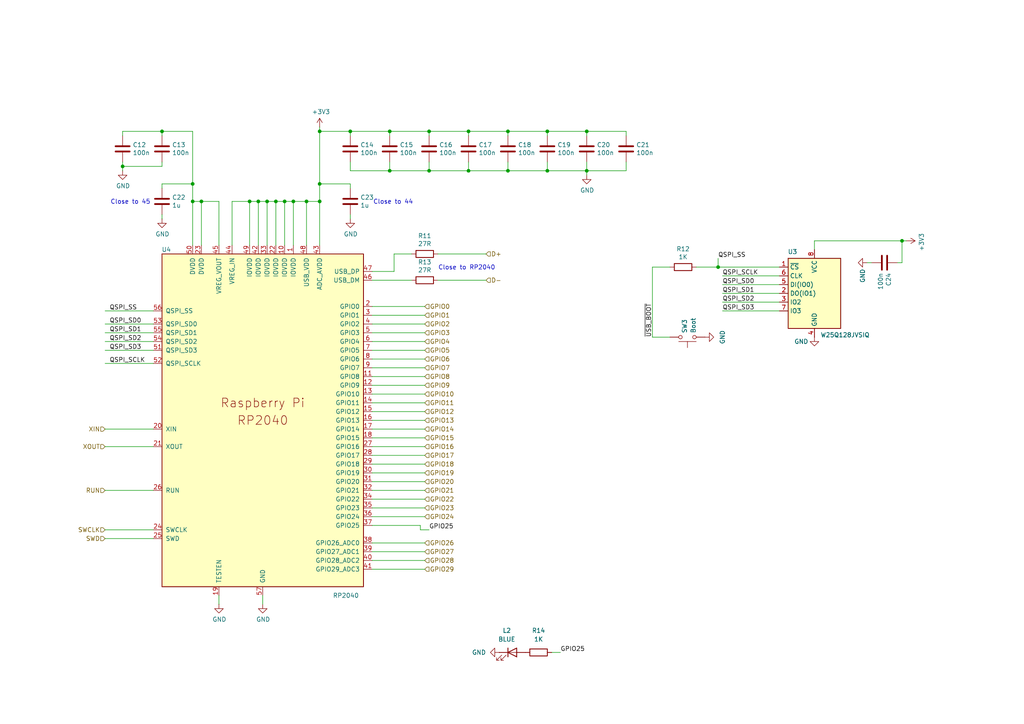
<source format=kicad_sch>
(kicad_sch (version 20231120) (generator "eeschema") (generator_version "8.0")
  (paper "A4")
  (title_block (title "Frank M2U") (date "2025-02-06") (rev "1.00") (company "Mikhail Matveev") (comment 1 "https://github.com/xtremespb/frank"))
  (lib_symbols
    (symbol "+3V3_1" (power) (pin_numbers hide) (pin_names (offset 0) hide)
      (property "Value" "+3V3" (at 0 3.556 0))
      (symbol "+3V3_1_0_1"
        (polyline (pts (xy -0.762 1.27) (xy 0 2.54)))
        (polyline (pts (xy 0 0) (xy 0 2.54)))
        (polyline (pts (xy 0 2.54) (xy 0.762 1.27)))
      )
      (symbol "+3V3_1_1_1"
        (pin power_in line (at 0 0 90) (length 0) (name "~") (number "1"))
      )
    )
    (symbol "Device:C" (pin_numbers hide) (pin_names (offset 0.254))
      (property "Reference" "C" (at 0.635 2.54 0))
      (property "Value" "C" (at 0.635 -2.54 0))
      (symbol "C_0_1"
        (polyline (pts (xy -2.032 -0.762) (xy 2.032 -0.762)) (stroke (width 0.508)))
        (polyline (pts (xy -2.032 0.762) (xy 2.032 0.762)) (stroke (width 0.508)))
      )
      (symbol "C_1_1"
        (pin passive line (at 0 3.81 270) (length 2.794) (name "~") (number "1"))
        (pin passive line (at 0 -3.81 90) (length 2.794) (name "~") (number "2"))
      )
    )
    (symbol "Device:LED" (pin_numbers hide) (pin_names (offset 1.016) hide)
      (property "Reference" "D" (at 0 2.54 0))
      (property "Value" "LED" (at 0 -2.54 0))
      (symbol "LED_0_1"
        (polyline (pts (xy -1.27 -1.27) (xy -1.27 1.27)) (stroke (width 0.254)))
        (polyline (pts (xy -1.27 0) (xy 1.27 0)))
        (polyline (pts (xy 1.27 -1.27) (xy 1.27 1.27) (xy -1.27 0) (xy 1.27 -1.27)) (stroke (width 0.254)))
        (polyline (pts (xy -3.048 -0.762) (xy -4.572 -2.286) (xy -3.81 -2.286) (xy -4.572 -2.286) (xy -4.572 -1.524)))
        (polyline (pts (xy -1.778 -0.762) (xy -3.302 -2.286) (xy -2.54 -2.286) (xy -3.302 -2.286) (xy -3.302 -1.524)))
      )
      (symbol "LED_1_1"
        (pin passive line (at -3.81 0 0) (length 2.54) (name "K") (number "1"))
        (pin passive line (at 3.81 0 180) (length 2.54) (name "A") (number "2"))
      )
    )
    (symbol "Device:R" (pin_numbers hide) (pin_names (offset 0))
      (property "Reference" "R" (at 2.032 0 90))
      (property "Value" "R" (at 0 0 90))
      (symbol "R_0_1"
        (rectangle (start -1.016 -2.54) (end 1.016 2.54) (stroke (width 0.254)))
      )
      (symbol "R_1_1"
        (pin passive line (at 0 3.81 270) (length 1.27) (name "~") (number "1"))
        (pin passive line (at 0 -3.81 90) (length 1.27) (name "~") (number "2"))
      )
    )
    (symbol "FRANK:Flash_W25Q128JVS"
      (property "Reference" "FL1" (at -6.35 12.065 0))
      (property "Value" "W25Q128JVSIQ" (at 8.89 -12.065 0))
      (symbol "Flash_W25Q128JVS_0_1"
        (rectangle (start -7.62 10.16) (end 7.62 -10.16) (stroke (width 0.254)) (fill (type background)))
      )
      (symbol "Flash_W25Q128JVS_1_1"
        (pin input line (at -10.16 7.62 0) (length 2.54) (name "~{CS}") (number "1"))
        (pin bidirectional line (at -10.16 0 0) (length 2.54) (name "DO(IO1)") (number "2"))
        (pin bidirectional line (at -10.16 -2.54 0) (length 2.54) (name "IO2") (number "3"))
        (pin power_in line (at 0 -12.7 90) (length 2.54) (name "GND") (number "4"))
        (pin bidirectional line (at -10.16 2.54 0) (length 2.54) (name "DI(IO0)") (number "5"))
        (pin input line (at -10.16 5.08 0) (length 2.54) (name "CLK") (number "6"))
        (pin bidirectional line (at -10.16 -5.08 0) (length 2.54) (name "IO3") (number "7"))
        (pin power_in line (at 0 12.7 270) (length 2.54) (name "VCC") (number "8"))
      )
    )
    (symbol "FRANK:RP2040" (pin_names (offset 1.016))
      (property "Reference" "RP1" (at -27.94 49.53 0))
      (property "Value" "RP2040" (at 24.13 -50.8 0))
      (symbol "RP2040_0_0"
        (text "Raspberry Pi" (at 0 5.08 0) (effects (font (size 2.54 2.54))))
        (text "RP2040" (at 0 0 0) (effects (font (size 2.54 2.54))))
      )
      (symbol "RP2040_0_1"
        (rectangle (start 29.21 48.26) (end -29.21 -48.26) (stroke (width 0.254)) (fill (type background)))
      )
      (symbol "RP2040_1_1"
        (pin power_in line (at 8.89 50.8 270) (length 2.54) (name "IOVDD") (number "1"))
        (pin power_in line (at 6.35 50.8 270) (length 2.54) (name "IOVDD") (number "10"))
        (pin bidirectional line (at 31.75 12.7 180) (length 2.54) (name "GPIO8") (number "11"))
        (pin bidirectional line (at 31.75 10.16 180) (length 2.54) (name "GPIO9") (number "12"))
        (pin bidirectional line (at 31.75 7.62 180) (length 2.54) (name "GPIO10") (number "13"))
        (pin bidirectional line (at 31.75 5.08 180) (length 2.54) (name "GPIO11") (number "14"))
        (pin bidirectional line (at 31.75 2.54 180) (length 2.54) (name "GPIO12") (number "15"))
        (pin bidirectional line (at 31.75 0 180) (length 2.54) (name "GPIO13") (number "16"))
        (pin bidirectional line (at 31.75 -2.54 180) (length 2.54) (name "GPIO14") (number "17"))
        (pin bidirectional line (at 31.75 -5.08 180) (length 2.54) (name "GPIO15") (number "18"))
        (pin passive line (at -12.7 -50.8 90) (length 2.54) (name "TESTEN") (number "19"))
        (pin bidirectional line (at 31.75 33.02 180) (length 2.54) (name "GPIO0") (number "2"))
        (pin input line (at -31.75 -2.54 0) (length 2.54) (name "XIN") (number "20"))
        (pin passive line (at -31.75 -7.62 0) (length 2.54) (name "XOUT") (number "21"))
        (pin power_in line (at 3.81 50.8 270) (length 2.54) (name "IOVDD") (number "22"))
        (pin power_in line (at -17.78 50.8 270) (length 2.54) (name "DVDD") (number "23"))
        (pin output line (at -31.75 -31.75 0) (length 2.54) (name "SWCLK") (number "24"))
        (pin bidirectional line (at -31.75 -34.29 0) (length 2.54) (name "SWD") (number "25"))
        (pin input line (at -31.75 -20.32 0) (length 2.54) (name "RUN") (number "26"))
        (pin bidirectional line (at 31.75 -7.62 180) (length 2.54) (name "GPIO16") (number "27"))
        (pin bidirectional line (at 31.75 -10.16 180) (length 2.54) (name "GPIO17") (number "28"))
        (pin bidirectional line (at 31.75 -12.7 180) (length 2.54) (name "GPIO18") (number "29"))
        (pin bidirectional line (at 31.75 30.48 180) (length 2.54) (name "GPIO1") (number "3"))
        (pin bidirectional line (at 31.75 -15.24 180) (length 2.54) (name "GPIO19") (number "30"))
        (pin bidirectional line (at 31.75 -17.78 180) (length 2.54) (name "GPIO20") (number "31"))
        (pin bidirectional line (at 31.75 -20.32 180) (length 2.54) (name "GPIO21") (number "32"))
        (pin power_in line (at 1.27 50.8 270) (length 2.54) (name "IOVDD") (number "33"))
        (pin bidirectional line (at 31.75 -22.86 180) (length 2.54) (name "GPIO22") (number "34"))
        (pin bidirectional line (at 31.75 -25.4 180) (length 2.54) (name "GPIO23") (number "35"))
        (pin bidirectional line (at 31.75 -27.94 180) (length 2.54) (name "GPIO24") (number "36"))
        (pin bidirectional line (at 31.75 -30.48 180) (length 2.54) (name "GPIO25") (number "37"))
        (pin bidirectional line (at 31.75 -35.56 180) (length 2.54) (name "GPIO26_ADC0") (number "38"))
        (pin bidirectional line (at 31.75 -38.1 180) (length 2.54) (name "GPIO27_ADC1") (number "39"))
        (pin bidirectional line (at 31.75 27.94 180) (length 2.54) (name "GPIO2") (number "4"))
        (pin bidirectional line (at 31.75 -40.64 180) (length 2.54) (name "GPIO28_ADC2") (number "40"))
        (pin bidirectional line (at 31.75 -43.18 180) (length 2.54) (name "GPIO29_ADC3") (number "41"))
        (pin power_in line (at -1.27 50.8 270) (length 2.54) (name "IOVDD") (number "42"))
        (pin power_in line (at 16.51 50.8 270) (length 2.54) (name "ADC_AVDD") (number "43"))
        (pin power_in line (at -8.89 50.8 270) (length 2.54) (name "VREG_IN") (number "44"))
        (pin power_out line (at -12.7 50.8 270) (length 2.54) (name "VREG_VOUT") (number "45"))
        (pin bidirectional line (at 31.75 40.64 180) (length 2.54) (name "USB_DM") (number "46"))
        (pin bidirectional line (at 31.75 43.18 180) (length 2.54) (name "USB_DP") (number "47"))
        (pin power_in line (at 12.7 50.8 270) (length 2.54) (name "USB_VDD") (number "48"))
        (pin power_in line (at -3.81 50.8 270) (length 2.54) (name "IOVDD") (number "49"))
        (pin bidirectional line (at 31.75 25.4 180) (length 2.54) (name "GPIO3") (number "5"))
        (pin power_in line (at -20.32 50.8 270) (length 2.54) (name "DVDD") (number "50"))
        (pin bidirectional line (at -31.75 20.32 0) (length 2.54) (name "QSPI_SD3") (number "51"))
        (pin output line (at -31.75 16.51 0) (length 2.54) (name "QSPI_SCLK") (number "52"))
        (pin bidirectional line (at -31.75 27.94 0) (length 2.54) (name "QSPI_SD0") (number "53"))
        (pin bidirectional line (at -31.75 22.86 0) (length 2.54) (name "QSPI_SD2") (number "54"))
        (pin bidirectional line (at -31.75 25.4 0) (length 2.54) (name "QSPI_SD1") (number "55"))
        (pin bidirectional line (at -31.75 31.75 0) (length 2.54) (name "QSPI_SS") (number "56"))
        (pin power_in line (at 0 -50.8 90) (length 2.54) (name "GND") (number "57"))
        (pin bidirectional line (at 31.75 22.86 180) (length 2.54) (name "GPIO4") (number "6"))
        (pin bidirectional line (at 31.75 20.32 180) (length 2.54) (name "GPIO5") (number "7"))
        (pin bidirectional line (at 31.75 17.78 180) (length 2.54) (name "GPIO6") (number "8"))
        (pin bidirectional line (at 31.75 15.24 180) (length 2.54) (name "GPIO7") (number "9"))
      )
    )
    (symbol "GND_10" (power) (pin_numbers hide) (pin_names (offset 0) hide)
      (property "Value" "GND" (at 0 -3.81 0))
      (symbol "GND_10_0_1"
        (polyline (pts (xy 0 0) (xy 0 -1.27) (xy 1.27 -1.27) (xy 0 -2.54) (xy -1.27 -1.27) (xy 0 -1.27)))
      )
      (symbol "GND_10_1_1"
        (pin power_in line (at 0 0 270) (length 0) (name "~") (number "1"))
      )
    )
    (symbol "GND_11" (power) (pin_numbers hide) (pin_names (offset 0) hide)
      (property "Value" "GND" (at 0 -3.81 0))
      (symbol "GND_11_0_1"
        (polyline (pts (xy 0 0) (xy 0 -1.27) (xy 1.27 -1.27) (xy 0 -2.54) (xy -1.27 -1.27) (xy 0 -1.27)))
      )
      (symbol "GND_11_1_1"
        (pin power_in line (at 0 0 270) (length 0) (name "~") (number "1"))
      )
    )
    (symbol "GND_2" (power) (pin_numbers hide) (pin_names (offset 0) hide)
      (property "Value" "GND" (at 0 -3.81 0))
      (symbol "GND_2_0_1"
        (polyline (pts (xy 0 0) (xy 0 -1.27) (xy 1.27 -1.27) (xy 0 -2.54) (xy -1.27 -1.27) (xy 0 -1.27)))
      )
      (symbol "GND_2_1_1"
        (pin power_in line (at 0 0 270) (length 0) (name "~") (number "1"))
      )
    )
    (symbol "GND_3" (power) (pin_numbers hide) (pin_names (offset 0) hide)
      (property "Value" "GND" (at 0 -3.81 0))
      (symbol "GND_3_0_1"
        (polyline (pts (xy 0 0) (xy 0 -1.27) (xy 1.27 -1.27) (xy 0 -2.54) (xy -1.27 -1.27) (xy 0 -1.27)))
      )
      (symbol "GND_3_1_1"
        (pin power_in line (at 0 0 270) (length 0) (name "~") (number "1"))
      )
    )
    (symbol "GND_4" (power) (pin_numbers hide) (pin_names (offset 0) hide)
      (property "Value" "GND" (at 0 -3.81 0))
      (symbol "GND_4_0_1"
        (polyline (pts (xy 0 0) (xy 0 -1.27) (xy 1.27 -1.27) (xy 0 -2.54) (xy -1.27 -1.27) (xy 0 -1.27)))
      )
      (symbol "GND_4_1_1"
        (pin power_in line (at 0 0 270) (length 0) (name "~") (number "1"))
      )
    )
    (symbol "GND_5" (power) (pin_numbers hide) (pin_names (offset 0) hide)
      (property "Value" "GND" (at 0 -3.81 0))
      (symbol "GND_5_0_1"
        (polyline (pts (xy 0 0) (xy 0 -1.27) (xy 1.27 -1.27) (xy 0 -2.54) (xy -1.27 -1.27) (xy 0 -1.27)))
      )
      (symbol "GND_5_1_1"
        (pin power_in line (at 0 0 270) (length 0) (name "~") (number "1"))
      )
    )
    (symbol "GND_6" (power) (pin_numbers hide) (pin_names (offset 0) hide)
      (property "Value" "GND" (at 0 -3.81 0))
      (symbol "GND_6_0_1"
        (polyline (pts (xy 0 0) (xy 0 -1.27) (xy 1.27 -1.27) (xy 0 -2.54) (xy -1.27 -1.27) (xy 0 -1.27)))
      )
      (symbol "GND_6_1_1"
        (pin power_in line (at 0 0 270) (length 0) (name "~") (number "1"))
      )
    )
    (symbol "GND_7" (power) (pin_numbers hide) (pin_names (offset 0) hide)
      (property "Value" "GND" (at 0 -3.81 0))
      (symbol "GND_7_0_1"
        (polyline (pts (xy 0 0) (xy 0 -1.27) (xy 1.27 -1.27) (xy 0 -2.54) (xy -1.27 -1.27) (xy 0 -1.27)))
      )
      (symbol "GND_7_1_1"
        (pin power_in line (at 0 0 270) (length 0) (name "~") (number "1"))
      )
    )
    (symbol "GND_8" (power) (pin_numbers hide) (pin_names (offset 0) hide)
      (property "Value" "GND" (at 0 -3.81 0))
      (symbol "GND_8_0_1"
        (polyline (pts (xy 0 0) (xy 0 -1.27) (xy 1.27 -1.27) (xy 0 -2.54) (xy -1.27 -1.27) (xy 0 -1.27)))
      )
      (symbol "GND_8_1_1"
        (pin power_in line (at 0 0 270) (length 0) (name "~") (number "1"))
      )
    )
    (symbol "GND_9" (power) (pin_numbers hide) (pin_names (offset 0) hide)
      (property "Value" "GND" (at 0 -3.81 0))
      (symbol "GND_9_0_1"
        (polyline (pts (xy 0 0) (xy 0 -1.27) (xy 1.27 -1.27) (xy 0 -2.54) (xy -1.27 -1.27) (xy 0 -1.27)))
      )
      (symbol "GND_9_1_1"
        (pin power_in line (at 0 0 270) (length 0) (name "~") (number "1"))
      )
    )
    (symbol "Switch:SW_Push" (pin_numbers hide) (pin_names (offset 1.016) hide)
      (property "Reference" "SW" (at 1.27 2.54 0))
      (property "Value" "SW_Push" (at 0 -1.524 0))
      (symbol "SW_Push_0_1"
        (circle (center -2.032 0) (radius 0.508))
        (polyline (pts (xy 0 1.27) (xy 0 3.048)))
        (polyline (pts (xy 2.54 1.27) (xy -2.54 1.27)))
        (circle (center 2.032 0) (radius 0.508))
        (pin passive line (at -5.08 0 0) (length 2.54) (name "1") (number "1"))
        (pin passive line (at 5.08 0 180) (length 2.54) (name "2") (number "2"))
      )
    )
    (symbol "power:+3V3" (power) (pin_numbers hide) (pin_names (offset 0) hide)
      (property "Value" "+3V3" (at 0 3.556 0))
      (symbol "+3V3_0_1"
        (polyline (pts (xy -0.762 1.27) (xy 0 2.54)))
        (polyline (pts (xy 0 0) (xy 0 2.54)))
        (polyline (pts (xy 0 2.54) (xy 0.762 1.27)))
      )
      (symbol "+3V3_1_1"
        (pin power_in line (at 0 0 90) (length 0) (name "~") (number "1"))
      )
    )
  )
  (junction (at 58.42 58.42))
  (junction (at 113.03 49.53))
  (junction (at 88.9 58.42))
  (junction (at 101.6 38.1))
  (junction (at 158.75 49.53))
  (junction (at 72.39 58.42))
  (junction (at 170.18 38.1))
  (junction (at 82.55 58.42))
  (junction (at 92.71 53.34))
  (junction (at 170.18 49.53))
  (junction (at 35.56 48.26))
  (junction (at 147.32 49.53))
  (junction (at 80.01 58.42))
  (junction (at 135.89 38.1))
  (junction (at 55.88 53.34))
  (junction (at 113.03 38.1))
  (junction (at 46.99 38.1))
  (junction (at 208.28 77.47))
  (junction (at 135.89 49.53))
  (junction (at 92.71 38.1))
  (junction (at 85.09 58.42))
  (junction (at 74.93 58.42))
  (junction (at 158.75 38.1))
  (junction (at 124.46 38.1))
  (junction (at 92.71 58.42))
  (junction (at 55.88 58.42))
  (junction (at 77.47 58.42))
  (junction (at 261.62 69.85))
  (junction (at 124.46 49.53))
  (junction (at 147.32 38.1))
  (wire (pts (xy 58.42 58.42) (xy 55.88 58.42)))
  (wire (pts (xy 226.06 82.55) (xy 209.55 82.55)))
  (wire (pts (xy 127 73.66) (xy 140.97 73.66)))
  (wire (pts (xy 107.95 104.14) (xy 123.19 104.14)))
  (wire (pts (xy 121.92 152.4) (xy 107.95 152.4)))
  (wire (pts (xy 46.99 48.26) (xy 46.99 46.99)))
  (wire (pts (xy 170.18 46.99) (xy 170.18 49.53)))
  (wire (pts (xy 114.3 73.66) (xy 114.3 78.74)))
  (wire (pts (xy 82.55 58.42) (xy 85.09 58.42)))
  (wire (pts (xy 158.75 39.37) (xy 158.75 38.1)))
  (wire (pts (xy 92.71 38.1) (xy 101.6 38.1)))
  (wire (pts (xy 101.6 46.99) (xy 101.6 49.53)))
  (wire (pts (xy 101.6 39.37) (xy 101.6 38.1)))
  (wire (pts (xy 67.31 58.42) (xy 72.39 58.42)))
  (wire (pts (xy 252.73 76.2) (xy 251.46 76.2)))
  (wire (pts (xy 181.61 39.37) (xy 181.61 38.1)))
  (wire (pts (xy 107.95 142.24) (xy 123.19 142.24)))
  (wire (pts (xy 107.95 160.02) (xy 123.19 160.02)))
  (wire (pts (xy 113.03 39.37) (xy 113.03 38.1)))
  (wire (pts (xy 260.35 76.2) (xy 261.62 76.2)))
  (wire (pts (xy 101.6 62.23) (xy 101.6 63.5)))
  (wire (pts (xy 80.01 58.42) (xy 82.55 58.42)))
  (wire (pts (xy 92.71 58.42) (xy 92.71 71.12)))
  (wire (pts (xy 63.5 71.12) (xy 63.5 58.42)))
  (wire (pts (xy 30.48 99.06) (xy 44.45 99.06)))
  (wire (pts (xy 107.95 165.1) (xy 123.19 165.1)))
  (wire (pts (xy 113.03 46.99) (xy 113.03 49.53)))
  (wire (pts (xy 236.22 69.85) (xy 261.62 69.85)))
  (wire (pts (xy 46.99 39.37) (xy 46.99 38.1)))
  (wire (pts (xy 208.28 77.47) (xy 226.06 77.47)))
  (wire (pts (xy 107.95 127) (xy 123.19 127)))
  (wire (pts (xy 189.23 77.47) (xy 194.31 77.47)))
  (wire (pts (xy 30.48 124.46) (xy 44.45 124.46)))
  (wire (pts (xy 107.95 96.52) (xy 123.19 96.52)))
  (wire (pts (xy 181.61 46.99) (xy 181.61 49.53)))
  (wire (pts (xy 46.99 62.23) (xy 46.99 63.5)))
  (wire (pts (xy 107.95 101.6) (xy 123.19 101.6)))
  (wire (pts (xy 46.99 54.61) (xy 46.99 53.34)))
  (wire (pts (xy 92.71 53.34) (xy 92.71 58.42)))
  (wire (pts (xy 92.71 38.1) (xy 92.71 53.34)))
  (wire (pts (xy 127 81.28) (xy 140.97 81.28)))
  (wire (pts (xy 101.6 54.61) (xy 101.6 53.34)))
  (wire (pts (xy 88.9 71.12) (xy 88.9 58.42)))
  (wire (pts (xy 158.75 46.99) (xy 158.75 49.53)))
  (wire (pts (xy 55.88 53.34) (xy 55.88 58.42)))
  (wire (pts (xy 44.45 129.54) (xy 30.48 129.54)))
  (wire (pts (xy 44.45 153.67) (xy 30.48 153.67)))
  (wire (pts (xy 107.95 124.46) (xy 123.19 124.46)))
  (wire (pts (xy 107.95 139.7) (xy 123.19 139.7)))
  (wire (pts (xy 147.32 49.53) (xy 135.89 49.53)))
  (wire (pts (xy 72.39 58.42) (xy 74.93 58.42)))
  (wire (pts (xy 226.06 90.17) (xy 209.55 90.17)))
  (wire (pts (xy 189.23 77.47) (xy 189.23 97.79)))
  (wire (pts (xy 101.6 38.1) (xy 113.03 38.1)))
  (wire (pts (xy 209.55 80.01) (xy 226.06 80.01)))
  (wire (pts (xy 107.95 162.56) (xy 123.19 162.56)))
  (wire (pts (xy 67.31 71.12) (xy 67.31 58.42)))
  (wire (pts (xy 88.9 58.42) (xy 92.71 58.42)))
  (wire (pts (xy 46.99 53.34) (xy 55.88 53.34)))
  (wire (pts (xy 201.93 77.47) (xy 208.28 77.47)))
  (wire (pts (xy 35.56 46.99) (xy 35.56 48.26)))
  (wire (pts (xy 135.89 38.1) (xy 147.32 38.1)))
  (wire (pts (xy 107.95 99.06) (xy 123.19 99.06)))
  (wire (pts (xy 107.95 114.3) (xy 123.19 114.3)))
  (wire (pts (xy 147.32 38.1) (xy 158.75 38.1)))
  (wire (pts (xy 55.88 38.1) (xy 55.88 53.34)))
  (wire (pts (xy 226.06 85.09) (xy 209.55 85.09)))
  (wire (pts (xy 236.22 72.39) (xy 236.22 69.85)))
  (wire (pts (xy 170.18 38.1) (xy 181.61 38.1)))
  (wire (pts (xy 114.3 73.66) (xy 119.38 73.66)))
  (wire (pts (xy 30.48 101.6) (xy 44.45 101.6)))
  (wire (pts (xy 107.95 147.32) (xy 123.19 147.32)))
  (wire (pts (xy 107.95 129.54) (xy 123.19 129.54)))
  (wire (pts (xy 80.01 71.12) (xy 80.01 58.42)))
  (wire (pts (xy 147.32 46.99) (xy 147.32 49.53)))
  (wire (pts (xy 72.39 71.12) (xy 72.39 58.42)))
  (wire (pts (xy 30.48 93.98) (xy 44.45 93.98)))
  (wire (pts (xy 107.95 106.68) (xy 123.19 106.68)))
  (wire (pts (xy 158.75 38.1) (xy 170.18 38.1)))
  (wire (pts (xy 113.03 38.1) (xy 124.46 38.1)))
  (wire (pts (xy 63.5 172.72) (xy 63.5 175.26)))
  (wire (pts (xy 107.95 132.08) (xy 123.19 132.08)))
  (wire (pts (xy 160.02 189.23) (xy 162.56 189.23)))
  (wire (pts (xy 107.95 116.84) (xy 123.19 116.84)))
  (wire (pts (xy 107.95 78.74) (xy 114.3 78.74)))
  (wire (pts (xy 124.46 46.99) (xy 124.46 49.53)))
  (wire (pts (xy 262.89 69.85) (xy 261.62 69.85)))
  (wire (pts (xy 147.32 39.37) (xy 147.32 38.1)))
  (wire (pts (xy 107.95 81.28) (xy 119.38 81.28)))
  (wire (pts (xy 35.56 48.26) (xy 46.99 48.26)))
  (wire (pts (xy 124.46 39.37) (xy 124.46 38.1)))
  (wire (pts (xy 107.95 91.44) (xy 123.19 91.44)))
  (wire (pts (xy 158.75 49.53) (xy 147.32 49.53)))
  (wire (pts (xy 92.71 53.34) (xy 101.6 53.34)))
  (wire (pts (xy 170.18 49.53) (xy 181.61 49.53)))
  (wire (pts (xy 55.88 58.42) (xy 55.88 71.12)))
  (wire (pts (xy 44.45 142.24) (xy 30.48 142.24)))
  (wire (pts (xy 44.45 156.21) (xy 30.48 156.21)))
  (wire (pts (xy 170.18 39.37) (xy 170.18 38.1)))
  (wire (pts (xy 85.09 58.42) (xy 88.9 58.42)))
  (wire (pts (xy 121.92 153.67) (xy 124.46 153.67)))
  (wire (pts (xy 107.95 119.38) (xy 123.19 119.38)))
  (wire (pts (xy 135.89 46.99) (xy 135.89 49.53)))
  (wire (pts (xy 113.03 49.53) (xy 101.6 49.53)))
  (wire (pts (xy 63.5 58.42) (xy 58.42 58.42)))
  (wire (pts (xy 135.89 39.37) (xy 135.89 38.1)))
  (wire (pts (xy 226.06 87.63) (xy 209.55 87.63)))
  (wire (pts (xy 124.46 38.1) (xy 135.89 38.1)))
  (wire (pts (xy 189.23 97.79) (xy 194.31 97.79)))
  (wire (pts (xy 107.95 93.98) (xy 123.19 93.98)))
  (wire (pts (xy 135.89 49.53) (xy 124.46 49.53)))
  (wire (pts (xy 92.71 36.83) (xy 92.71 38.1)))
  (wire (pts (xy 121.92 153.67) (xy 121.92 152.4)))
  (wire (pts (xy 107.95 121.92) (xy 123.19 121.92)))
  (wire (pts (xy 208.28 74.93) (xy 208.28 77.47)))
  (wire (pts (xy 124.46 49.53) (xy 113.03 49.53)))
  (wire (pts (xy 77.47 58.42) (xy 80.01 58.42)))
  (wire (pts (xy 46.99 38.1) (xy 55.88 38.1)))
  (wire (pts (xy 107.95 111.76) (xy 123.19 111.76)))
  (wire (pts (xy 30.48 96.52) (xy 44.45 96.52)))
  (wire (pts (xy 85.09 58.42) (xy 85.09 71.12)))
  (wire (pts (xy 107.95 137.16) (xy 123.19 137.16)))
  (wire (pts (xy 35.56 38.1) (xy 46.99 38.1)))
  (wire (pts (xy 35.56 39.37) (xy 35.56 38.1)))
  (wire (pts (xy 35.56 48.26) (xy 35.56 49.53)))
  (wire (pts (xy 158.75 49.53) (xy 170.18 49.53)))
  (wire (pts (xy 74.93 71.12) (xy 74.93 58.42)))
  (wire (pts (xy 76.2 172.72) (xy 76.2 175.26)))
  (wire (pts (xy 44.45 105.41) (xy 30.48 105.41)))
  (wire (pts (xy 74.93 58.42) (xy 77.47 58.42)))
  (wire (pts (xy 170.18 49.53) (xy 170.18 50.8)))
  (wire (pts (xy 44.45 90.17) (xy 30.48 90.17)))
  (wire (pts (xy 107.95 134.62) (xy 123.19 134.62)))
  (wire (pts (xy 107.95 109.22) (xy 123.19 109.22)))
  (wire (pts (xy 77.47 71.12) (xy 77.47 58.42)))
  (wire (pts (xy 58.42 71.12) (xy 58.42 58.42)))
  (wire (pts (xy 107.95 157.48) (xy 123.19 157.48)))
  (wire (pts (xy 107.95 149.86) (xy 123.19 149.86)))
  (wire (pts (xy 261.62 76.2) (xy 261.62 69.85)))
  (wire (pts (xy 107.95 88.9) (xy 123.19 88.9)))
  (wire (pts (xy 82.55 71.12) (xy 82.55 58.42)))
  (wire (pts (xy 107.95 144.78) (xy 123.19 144.78)))
  (text "Close to 44" (at 114.046 58.674 0) (effects (font (size 1.27 1.27))))
  (text "Close to RP2040" (at 135.382 77.724 0) (effects (font (size 1.27 1.27))))
  (text "Close to 45" (at 37.846 58.674 0) (effects (font (size 1.27 1.27))))
  (label "QSPI_SD2" (at 209.55 87.63 0))
  (label "QSPI_SCLK" (at 31.75 105.41 0))
  (label "~{USB_BOOT}" (at 189.23 97.79 90))
  (label "QSPI_SD0" (at 31.75 93.98 0))
  (label "QSPI_SS" (at 208.28 74.93 0))
  (label "QSPI_SCLK" (at 209.55 80.01 0))
  (label "QSPI_SD1" (at 31.75 96.52 0))
  (label "QSPI_SD3" (at 31.75 101.6 0))
  (label "GPIO25" (at 162.56 189.23 0))
  (label "GPIO25" (at 124.46 153.67 0))
  (label "QSPI_SD0" (at 209.55 82.55 0))
  (label "QSPI_SD1" (at 209.55 85.09 0))
  (label "QSPI_SD3" (at 209.55 90.17 0))
  (label "QSPI_SD2" (at 31.75 99.06 0))
  (label "QSPI_SS" (at 31.75 90.17 0))
  (hierarchical_label "GPIO18" (shape input) (at 123.19 134.62 0))
  (hierarchical_label "GPIO29" (shape input) (at 123.19 165.1 0))
  (hierarchical_label "GPIO3" (shape input) (at 123.19 96.52 0))
  (hierarchical_label "GPIO15" (shape input) (at 123.19 127 0))
  (hierarchical_label "GPIO21" (shape input) (at 123.19 142.24 0))
  (hierarchical_label "GPIO16" (shape input) (at 123.19 129.54 0))
  (hierarchical_label "GPIO1" (shape input) (at 123.19 91.44 0))
  (hierarchical_label "XOUT" (shape input) (at 30.48 129.54 180))
  (hierarchical_label "D-" (shape input) (at 140.97 81.28 0))
  (hierarchical_label "GPIO11" (shape input) (at 123.19 116.84 0))
  (hierarchical_label "GPIO27" (shape input) (at 123.19 160.02 0))
  (hierarchical_label "D+" (shape input) (at 140.97 73.66 0))
  (hierarchical_label "GPIO20" (shape input) (at 123.19 139.7 0))
  (hierarchical_label "GPIO14" (shape input) (at 123.19 124.46 0))
  (hierarchical_label "GPIO8" (shape input) (at 123.19 109.22 0))
  (hierarchical_label "GPIO26" (shape input) (at 123.19 157.48 0))
  (hierarchical_label "GPIO22" (shape input) (at 123.19 144.78 0))
  (hierarchical_label "GPIO4" (shape input) (at 123.19 99.06 0))
  (hierarchical_label "GPIO7" (shape input) (at 123.19 106.68 0))
  (hierarchical_label "GPIO10" (shape input) (at 123.19 114.3 0))
  (hierarchical_label "SWD" (shape input) (at 30.48 156.21 180))
  (hierarchical_label "GPIO28" (shape input) (at 123.19 162.56 0))
  (hierarchical_label "RUN" (shape input) (at 30.48 142.24 180))
  (hierarchical_label "GPIO23" (shape input) (at 123.19 147.32 0))
  (hierarchical_label "GPIO0" (shape input) (at 123.19 88.9 0))
  (hierarchical_label "GPIO5" (shape input) (at 123.19 101.6 0))
  (hierarchical_label "SWCLK" (shape input) (at 30.48 153.67 180))
  (hierarchical_label "GPIO13" (shape input) (at 123.19 121.92 0))
  (hierarchical_label "GPIO6" (shape input) (at 123.19 104.14 0))
  (hierarchical_label "GPIO2" (shape input) (at 123.19 93.98 0))
  (hierarchical_label "GPIO17" (shape input) (at 123.19 132.08 0))
  (hierarchical_label "GPIO12" (shape input) (at 123.19 119.38 0))
  (hierarchical_label "XIN" (shape input) (at 30.48 124.46 180))
  (hierarchical_label "GPIO9" (shape input) (at 123.19 111.76 0))
  (hierarchical_label "GPIO24" (shape input) (at 123.19 149.86 0))
  (hierarchical_label "GPIO19" (shape input) (at 123.19 137.16 0))
  (symbol (lib_id "Device:C") (at 46.99 43.18 0) (unit 1)
    (property "Reference" "C13" (at 49.911 42.0116 0) (effects (justify left)))
    (property "Value" "100n" (at 49.911 44.323 0) (effects (justify left)))
    (property "Footprint" "FRANK:Capacitor (0805)" (effects (hide yes)))
    (property "Datasheet" "https://eu.mouser.com/datasheet/2/447/KEM_C1075_X7R_HT_SMD-3316221.pdf" (effects (hide yes)))
    (property "AliExpress" "https://www.aliexpress.com/item/33008008276.html" (effects (hide yes)))
  )
  (symbol (lib_id "FRANK:RP2040") (at 76.2 121.92 0) (unit 1)
    (property "Reference" "U4" (at 48.26 72.39 0))
    (property "Value" "RP2040" (at 100.33 172.72 0))
    (property "Footprint" "FRANK:QFN 56" (effects (hide yes)))
    (property "Datasheet" "https://datasheets.raspberrypi.com/rp2040/rp2040-datasheet.pdf" (effects (hide yes)))
    (property "AliExpress" "https://www.aliexpress.com/item/1005007275652762.html" (effects (hide yes)))
  )
  (symbol (lib_id "Device:R") (at 156.21 189.23 90) (unit 1)
    (property "Reference" "R14" (at 156.21 182.88 90))
    (property "Value" "1K" (at 156.21 185.42 90))
    (property "Footprint" "FRANK:Resistor (0805)" (effects (hide yes)))
    (property "Datasheet" "https://www.vishay.com/docs/28952/mcs0402at-mct0603at-mcu0805at-mca1206at.pdf" (effects (hide yes)))
    (property "Description" "Resistor" (effects (hide yes)))
    (property "AliExpress" "https://www.aliexpress.com/item/1005005945735199.html" (effects (hide yes)))
  )
  (symbol (lib_name "+3V3_1") (lib_id "power:+3V3") (at 92.71 36.83 0) (unit 1)
    (property "Reference" "#PWR033" (effects (hide yes)))
    (property "Value" "+3V3" (at 93.091 32.4358 0))
    (property "Description" "Power symbol creates a global label with name \"+3V3\"" (effects (hide yes)))
  )
  (symbol (lib_id "FRANK:Flash_W25Q128JVS") (at 236.22 85.09 0) (unit 1)
    (property "Reference" "U3" (at 229.87 73.025 0))
    (property "Value" "W25Q128JVSIQ" (at 245.11 97.155 0))
    (property "Footprint" "FRANK:SOIC-8" (effects (hide yes)))
    (property "Datasheet" "https://www.winbond.com/resource-files/w25q128jv_dtr%20revc%2003272018%20plus.pdf" (effects (hide yes)))
    (property "Description" "128Mb Serial Flash Memory, Standard/Dual/Quad SPI, SOIC-8" (effects (hide yes)))
    (property "AliExpress" "https://www.aliexpress.com/item/1005007820627233.html" (effects (hide yes)))
  )
  (symbol (lib_id "Device:C") (at 135.89 43.18 0) (unit 1)
    (property "Reference" "C17" (at 138.811 42.0116 0) (effects (justify left)))
    (property "Value" "100n" (at 138.811 44.323 0) (effects (justify left)))
    (property "Footprint" "FRANK:Capacitor (0805)" (effects (hide yes)))
    (property "Datasheet" "https://eu.mouser.com/datasheet/2/447/KEM_C1075_X7R_HT_SMD-3316221.pdf" (effects (hide yes)))
    (property "AliExpress" "https://www.aliexpress.com/item/33008008276.html" (effects (hide yes)))
  )
  (symbol (lib_name "GND_2") (lib_id "power:GND") (at 144.78 189.23 270) (unit 1)
    (property "Reference" "#PWR044" (effects (hide yes)))
    (property "Value" "GND" (at 140.97 189.2299 90) (effects (justify right)))
    (property "Description" "Power symbol creates a global label with name \"GND\" , ground" (effects (hide yes)))
  )
  (symbol (lib_id "Device:R") (at 123.19 81.28 270) (unit 1)
    (property "Reference" "R13" (at 123.19 76.0222 90))
    (property "Value" "27R" (at 123.19 78.3336 90))
    (property "Footprint" "FRANK:Resistor (0805)" (effects (hide yes)))
    (property "Datasheet" "https://www.vishay.com/docs/28952/mcs0402at-mct0603at-mcu0805at-mca1206at.pdf" (effects (hide yes)))
    (property "AliExpress" "https://www.aliexpress.com/item/1005005945735199.html" (effects (hide yes)))
  )
  (symbol (lib_id "Device:R") (at 123.19 73.66 270) (unit 1)
    (property "Reference" "R11" (at 123.19 68.4022 90))
    (property "Value" "27R" (at 123.19 70.7136 90))
    (property "Footprint" "FRANK:Resistor (0805)" (effects (hide yes)))
    (property "Datasheet" "https://www.vishay.com/docs/28952/mcs0402at-mct0603at-mcu0805at-mca1206at.pdf" (effects (hide yes)))
    (property "AliExpress" "https://www.aliexpress.com/item/1005005945735199.html" (effects (hide yes)))
  )
  (symbol (lib_name "GND_4") (lib_id "power:GND") (at 46.99 63.5 0) (unit 1)
    (property "Reference" "#PWR036" (effects (hide yes)))
    (property "Value" "GND" (at 47.117 67.8942 0))
    (property "Description" "Power symbol creates a global label with name \"GND\" , ground" (effects (hide yes)))
  )
  (symbol (lib_id "power:+3V3") (at 262.89 69.85 270) (unit 1)
    (property "Reference" "#PWR038" (effects (hide yes)))
    (property "Value" "+3V3" (at 267.2842 70.231 0))
    (property "Description" "Power symbol creates a global label with name \"+3V3\"" (effects (hide yes)))
  )
  (symbol (lib_name "GND_6") (lib_id "power:GND") (at 76.2 175.26 0) (unit 1)
    (property "Reference" "#PWR043" (effects (hide yes)))
    (property "Value" "GND" (at 76.327 179.6542 0))
    (property "Description" "Power symbol creates a global label with name \"GND\" , ground" (effects (hide yes)))
  )
  (symbol (lib_id "Device:C") (at 35.56 43.18 0) (unit 1)
    (property "Reference" "C12" (at 38.481 42.0116 0) (effects (justify left)))
    (property "Value" "100n" (at 38.481 44.323 0) (effects (justify left)))
    (property "Footprint" "FRANK:Capacitor (0805)" (effects (hide yes)))
    (property "Datasheet" "https://eu.mouser.com/datasheet/2/447/KEM_C1075_X7R_HT_SMD-3316221.pdf" (effects (hide yes)))
    (property "AliExpress" "https://www.aliexpress.com/item/33008008276.html" (effects (hide yes)))
  )
  (symbol (lib_name "GND_10") (lib_id "power:GND") (at 236.22 97.79 0) (unit 1)
    (property "Reference" "#PWR041" (effects (hide yes)))
    (property "Value" "GND" (at 232.41 99.06 0))
    (property "Description" "Power symbol creates a global label with name \"GND\" , ground" (effects (hide yes)))
  )
  (symbol (lib_name "GND_3") (lib_id "power:GND") (at 35.56 49.53 0) (unit 1)
    (property "Reference" "#PWR034" (effects (hide yes)))
    (property "Value" "GND" (at 35.687 53.9242 0))
    (property "Description" "Power symbol creates a global label with name \"GND\" , ground" (effects (hide yes)))
  )
  (symbol (lib_id "Switch:SW_Push") (at 199.39 97.79 180) (unit 1)
    (property "Reference" "SW3" (at 198.5553 96.647 90) (effects (justify right)))
    (property "Value" "Boot" (at 201.0922 96.647 90) (effects (justify right)))
    (property "Footprint" "FRANK:Button (SMD, 3x3mm, 1-1)" (effects (hide yes)))
    (property "Datasheet" "https://www.sohantech.com/3x3x1-5-push-button-switch-product/" (effects (hide yes)))
    (property "AliExpress" "https://www.aliexpress.com/item/1005007359248990.html" (effects (hide yes)))
  )
  (symbol (lib_id "Device:C") (at 101.6 43.18 0) (unit 1)
    (property "Reference" "C14" (at 104.521 42.0116 0) (effects (justify left)))
    (property "Value" "100n" (at 104.521 44.323 0) (effects (justify left)))
    (property "Footprint" "FRANK:Capacitor (0805)" (effects (hide yes)))
    (property "Datasheet" "https://eu.mouser.com/datasheet/2/447/KEM_C1075_X7R_HT_SMD-3316221.pdf" (effects (hide yes)))
    (property "AliExpress" "https://www.aliexpress.com/item/33008008276.html" (effects (hide yes)))
  )
  (symbol (lib_name "GND_9") (lib_id "power:GND") (at 251.46 76.2 270) (unit 1)
    (property "Reference" "#PWR039" (effects (hide yes)))
    (property "Value" "GND" (at 250.19 80.01 0))
    (property "Description" "Power symbol creates a global label with name \"GND\" , ground" (effects (hide yes)))
  )
  (symbol (lib_id "Device:C") (at 113.03 43.18 0) (unit 1)
    (property "Reference" "C15" (at 115.951 42.0116 0) (effects (justify left)))
    (property "Value" "100n" (at 115.951 44.323 0) (effects (justify left)))
    (property "Footprint" "FRANK:Capacitor (0805)" (effects (hide yes)))
    (property "Datasheet" "https://eu.mouser.com/datasheet/2/447/KEM_C1075_X7R_HT_SMD-3316221.pdf" (effects (hide yes)))
    (property "AliExpress" "https://www.aliexpress.com/item/33008008276.html" (effects (hide yes)))
  )
  (symbol (lib_id "Device:C") (at 101.6 58.42 0) (unit 1)
    (property "Reference" "C23" (at 104.521 57.2516 0) (effects (justify left)))
    (property "Value" "1u" (at 104.521 59.563 0) (effects (justify left)))
    (property "Footprint" "FRANK:Capacitor (0805)" (effects (hide yes)))
    (property "Datasheet" "https://eu.mouser.com/datasheet/2/40/KGM_X7R-3223212.pdf" (effects (hide yes)))
    (property "AliExpress" "https://www.aliexpress.com/item/33008008276.html" (effects (hide yes)))
  )
  (symbol (lib_id "Device:C") (at 256.54 76.2 270) (unit 1)
    (property "Reference" "C24" (at 257.7084 79.121 0) (effects (justify left)))
    (property "Value" "100n" (at 255.397 79.121 0) (effects (justify left)))
    (property "Footprint" "FRANK:Capacitor (0805)" (effects (hide yes)))
    (property "Datasheet" "https://eu.mouser.com/datasheet/2/447/KEM_C1075_X7R_HT_SMD-3316221.pdf" (effects (hide yes)))
    (property "AliExpress" "https://www.aliexpress.com/item/33008008276.html" (effects (hide yes)))
  )
  (symbol (lib_id "Device:C") (at 181.61 43.18 0) (unit 1)
    (property "Reference" "C21" (at 184.531 42.0116 0) (effects (justify left)))
    (property "Value" "100n" (at 184.531 44.323 0) (effects (justify left)))
    (property "Footprint" "FRANK:Capacitor (0805)" (effects (hide yes)))
    (property "Datasheet" "https://eu.mouser.com/datasheet/2/447/KEM_C1075_X7R_HT_SMD-3316221.pdf" (effects (hide yes)))
    (property "AliExpress" "https://www.aliexpress.com/item/33008008276.html" (effects (hide yes)))
  )
  (symbol (lib_id "Device:LED") (at 148.59 189.23 0) (unit 1)
    (property "Reference" "L2" (at 147.0025 182.88 0))
    (property "Value" "BLUE" (at 147.0025 185.42 0))
    (property "Footprint" "FRANK:LED (0805)" (effects (hide yes)))
    (property "Datasheet" "https://www.we-online.com/components/products/datasheet/15408085BA400.pdf" (effects (hide yes)))
    (property "Description" "Light emitting diode" (effects (hide yes)))
    (property "AliExpress" "https://www.aliexpress.com/item/1005007252088951.html" (effects (hide yes)))
  )
  (symbol (lib_name "GND_8") (lib_id "power:GND") (at 170.18 50.8 0) (unit 1)
    (property "Reference" "#PWR035" (effects (hide yes)))
    (property "Value" "GND" (at 170.307 55.1942 0))
    (property "Description" "Power symbol creates a global label with name \"GND\" , ground" (effects (hide yes)))
  )
  (symbol (lib_id "Device:C") (at 46.99 58.42 0) (unit 1)
    (property "Reference" "C22" (at 49.911 57.2516 0) (effects (justify left)))
    (property "Value" "1u" (at 49.911 59.563 0) (effects (justify left)))
    (property "Footprint" "FRANK:Capacitor (0805)" (effects (hide yes)))
    (property "Datasheet" "https://eu.mouser.com/datasheet/2/40/KGM_X7R-3223212.pdf" (effects (hide yes)))
    (property "AliExpress" "https://www.aliexpress.com/item/33008008276.html" (effects (hide yes)))
  )
  (symbol (lib_name "GND_11") (lib_id "power:GND") (at 204.47 97.79 90) (unit 1)
    (property "Reference" "#PWR040" (effects (hide yes)))
    (property "Value" "GND" (at 209.55 97.79 0))
    (property "Description" "Power symbol creates a global label with name \"GND\" , ground" (effects (hide yes)))
  )
  (symbol (lib_id "Device:C") (at 124.46 43.18 0) (unit 1)
    (property "Reference" "C16" (at 127.381 42.0116 0) (effects (justify left)))
    (property "Value" "100n" (at 127.381 44.323 0) (effects (justify left)))
    (property "Footprint" "FRANK:Capacitor (0805)" (effects (hide yes)))
    (property "Datasheet" "https://eu.mouser.com/datasheet/2/447/KEM_C1075_X7R_HT_SMD-3316221.pdf" (effects (hide yes)))
    (property "AliExpress" "https://www.aliexpress.com/item/33008008276.html" (effects (hide yes)))
  )
  (symbol (lib_id "Device:C") (at 170.18 43.18 0) (unit 1)
    (property "Reference" "C20" (at 173.101 42.0116 0) (effects (justify left)))
    (property "Value" "100n" (at 173.101 44.323 0) (effects (justify left)))
    (property "Footprint" "FRANK:Capacitor (0805)" (effects (hide yes)))
    (property "Datasheet" "https://eu.mouser.com/datasheet/2/447/KEM_C1075_X7R_HT_SMD-3316221.pdf" (effects (hide yes)))
    (property "AliExpress" "https://www.aliexpress.com/item/33008008276.html" (effects (hide yes)))
  )
  (symbol (lib_id "Device:R") (at 198.12 77.47 270) (unit 1)
    (property "Reference" "R12" (at 198.12 72.2122 90))
    (property "Value" "1K" (at 198.12 74.5236 90))
    (property "Footprint" "FRANK:Resistor (0805)" (effects (hide yes)))
    (property "Datasheet" "https://www.vishay.com/docs/28952/mcs0402at-mct0603at-mcu0805at-mca1206at.pdf" (effects (hide yes)))
    (property "AliExpress" "https://www.aliexpress.com/item/1005005945735199.html" (effects (hide yes)))
  )
  (symbol (lib_name "GND_7") (lib_id "power:GND") (at 63.5 175.26 0) (unit 1)
    (property "Reference" "#PWR042" (effects (hide yes)))
    (property "Value" "GND" (at 63.627 179.6542 0))
    (property "Description" "Power symbol creates a global label with name \"GND\" , ground" (effects (hide yes)))
  )
  (symbol (lib_name "GND_5") (lib_id "power:GND") (at 101.6 63.5 0) (unit 1)
    (property "Reference" "#PWR037" (effects (hide yes)))
    (property "Value" "GND" (at 101.727 67.8942 0))
    (property "Description" "Power symbol creates a global label with name \"GND\" , ground" (effects (hide yes)))
  )
  (symbol (lib_id "Device:C") (at 147.32 43.18 0) (unit 1)
    (property "Reference" "C18" (at 150.241 42.0116 0) (effects (justify left)))
    (property "Value" "100n" (at 150.241 44.323 0) (effects (justify left)))
    (property "Footprint" "FRANK:Capacitor (0805)" (effects (hide yes)))
    (property "Datasheet" "https://eu.mouser.com/datasheet/2/447/KEM_C1075_X7R_HT_SMD-3316221.pdf" (effects (hide yes)))
    (property "AliExpress" "https://www.aliexpress.com/item/33008008276.html" (effects (hide yes)))
  )
  (symbol (lib_id "Device:C") (at 158.75 43.18 0) (unit 1)
    (property "Reference" "C19" (at 161.671 42.0116 0) (effects (justify left)))
    (property "Value" "100n" (at 161.671 44.323 0) (effects (justify left)))
    (property "Footprint" "FRANK:Capacitor (0805)" (effects (hide yes)))
    (property "Datasheet" "https://eu.mouser.com/datasheet/2/447/KEM_C1075_X7R_HT_SMD-3316221.pdf" (effects (hide yes)))
    (property "AliExpress" "https://www.aliexpress.com/item/33008008276.html" (effects (hide yes)))
  )
)
</source>
